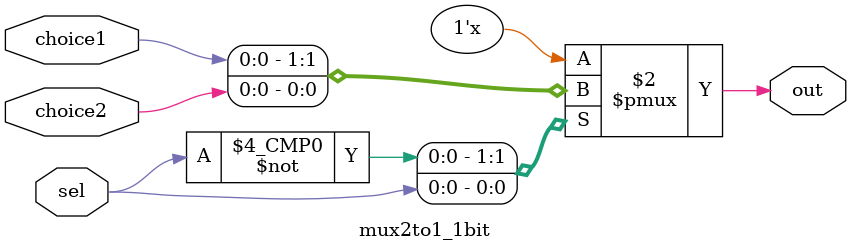
<source format=v>
module mux2to1_1bit(choice1, choice2, out, sel);
	input choice1, choice2, sel;
	output reg out;
	
	always @(*)begin
		case(sel)
		0: out = choice1;
		1: out = choice2;
		endcase
	end
endmodule
</source>
